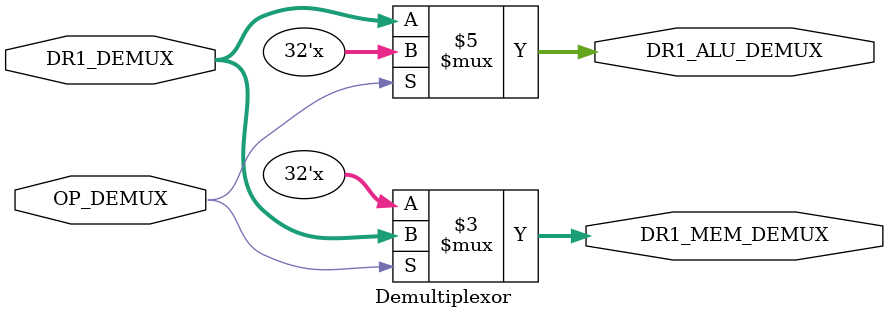
<source format=v>
module Demultiplexor(
	input [31:0] DR1_DEMUX,
	input OP_DEMUX,
	output reg [31:0] DR1_ALU_DEMUX,
	output reg [31:0] DR1_MEM_DEMUX
);

always @* begin
	
	case (OP_DEMUX)
		1'b1: DR1_MEM_DEMUX = DR1_DEMUX;
		1'b0: DR1_ALU_DEMUX = DR1_DEMUX;
	endcase
end
endmodule

</source>
